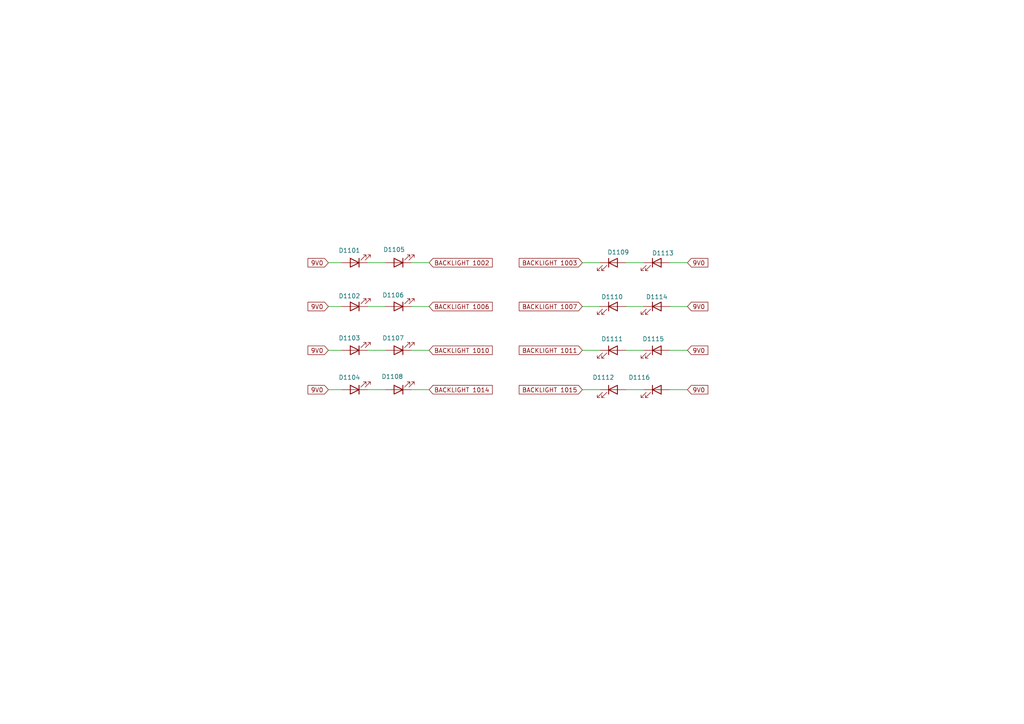
<source format=kicad_sch>
(kicad_sch (version 20250114) (generator "eeschema") (generator_version "9.0")
  (paper "A4")
  (lib_symbols
    (symbol "Device:LED" (pin_numbers (hide yes)) (pin_names (offset 1.016) (hide yes))
      (property "Reference" "D" (at 0 2.54 0))
      (property "Value" "LED" (at 0 -2.54 0))
      (symbol "LED_0_1"
        (polyline (pts (xy -3.048 -0.762) (xy -4.572 -2.286) (xy -3.81 -2.286) (xy -4.572 -2.286) (xy -4.572 -1.524)))
        (polyline (pts (xy -1.778 -0.762) (xy -3.302 -2.286) (xy -2.54 -2.286) (xy -3.302 -2.286) (xy -3.302 -1.524)))
        (polyline (pts (xy -1.27 0) (xy 1.27 0)))
        (polyline (pts (xy -1.27 -1.27) (xy -1.27 1.27)) (stroke (width 0.254)))
        (polyline (pts (xy 1.27 -1.27) (xy 1.27 1.27) (xy -1.27 0) (xy 1.27 -1.27)) (stroke (width 0.254)))
      )
      (symbol "LED_1_1"
        (pin passive line (at -3.81 0 0) (length 2.54) (name "K") (number "1"))
        (pin passive line (at 3.81 0 180) (length 2.54) (name "A") (number "2"))
      )
    )
  )
  (wire (pts (xy 194.31 76.2) (xy 199.39 76.2)))
  (wire (pts (xy 95.25 101.6) (xy 99.06 101.6)))
  (wire (pts (xy 106.68 101.6) (xy 111.76 101.6)))
  (wire (pts (xy 95.25 113.03) (xy 99.06 113.03)))
  (wire (pts (xy 194.31 101.6) (xy 199.39 101.6)))
  (wire (pts (xy 186.69 101.6) (xy 181.61 101.6)))
  (wire (pts (xy 194.31 113.03) (xy 199.39 113.03)))
  (wire (pts (xy 173.99 101.6) (xy 168.91 101.6)))
  (wire (pts (xy 119.38 88.9) (xy 124.46 88.9)))
  (wire (pts (xy 119.38 101.6) (xy 124.46 101.6)))
  (wire (pts (xy 186.69 113.03) (xy 181.61 113.03)))
  (wire (pts (xy 173.99 88.9) (xy 168.91 88.9)))
  (wire (pts (xy 194.31 88.9) (xy 199.39 88.9)))
  (wire (pts (xy 106.68 113.03) (xy 111.76 113.03)))
  (wire (pts (xy 173.99 76.2) (xy 168.91 76.2)))
  (wire (pts (xy 186.69 88.9) (xy 181.61 88.9)))
  (wire (pts (xy 95.25 88.9) (xy 99.06 88.9)))
  (wire (pts (xy 106.68 88.9) (xy 111.76 88.9)))
  (wire (pts (xy 173.99 113.03) (xy 168.91 113.03)))
  (wire (pts (xy 119.38 113.03) (xy 124.46 113.03)))
  (wire (pts (xy 95.25 76.2) (xy 99.06 76.2)))
  (wire (pts (xy 186.69 76.2) (xy 181.61 76.2)))
  (wire (pts (xy 119.38 76.2) (xy 124.46 76.2)))
  (wire (pts (xy 106.68 76.2) (xy 111.76 76.2)))
  (global_label "9V0" (shape input) (at 199.39 113.03 0) (property "Intersheetrefs" "${INTERSHEET_REFS}" (effects (hide yes))))
  (global_label "9V0" (shape input) (at 95.25 101.6 180) (property "Intersheetrefs" "${INTERSHEET_REFS}" (effects (hide yes))))
  (global_label "9V0" (shape input) (at 95.25 76.2 180) (property "Intersheetrefs" "${INTERSHEET_REFS}" (effects (hide yes))))
  (global_label "9V0" (shape input) (at 199.39 88.9 0) (property "Intersheetrefs" "${INTERSHEET_REFS}" (effects (hide yes))))
  (global_label "BACKLIGHT 1011" (shape input) (at 168.91 101.6 180) (property "Intersheetrefs" "${INTERSHEET_REFS}" (effects (hide yes))))
  (global_label "9V0" (shape input) (at 199.39 101.6 0) (property "Intersheetrefs" "${INTERSHEET_REFS}" (effects (hide yes))))
  (global_label "BACKLIGHT 1003" (shape input) (at 168.91 76.2 180) (property "Intersheetrefs" "${INTERSHEET_REFS}" (effects (hide yes))))
  (global_label "9V0" (shape input) (at 199.39 76.2 0) (property "Intersheetrefs" "${INTERSHEET_REFS}" (effects (hide yes))))
  (global_label "BACKLIGHT 1014" (shape input) (at 124.46 113.03 0) (property "Intersheetrefs" "${INTERSHEET_REFS}" (effects (hide yes))))
  (global_label "9V0" (shape input) (at 95.25 113.03 180) (property "Intersheetrefs" "${INTERSHEET_REFS}" (effects (hide yes))))
  (global_label "BACKLIGHT 1007" (shape input) (at 168.91 88.9 180) (property "Intersheetrefs" "${INTERSHEET_REFS}" (effects (hide yes))))
  (global_label "BACKLIGHT 1015" (shape input) (at 168.91 113.03 180) (property "Intersheetrefs" "${INTERSHEET_REFS}" (effects (hide yes))))
  (global_label "BACKLIGHT 1006" (shape input) (at 124.46 88.9 0) (property "Intersheetrefs" "${INTERSHEET_REFS}" (effects (hide yes))))
  (global_label "9V0" (shape input) (at 95.25 88.9 180) (property "Intersheetrefs" "${INTERSHEET_REFS}" (effects (hide yes))))
  (global_label "BACKLIGHT 1002" (shape input) (at 124.46 76.2 0) (property "Intersheetrefs" "${INTERSHEET_REFS}" (effects (hide yes))))
  (global_label "BACKLIGHT 1010" (shape input) (at 124.46 101.6 0) (property "Intersheetrefs" "${INTERSHEET_REFS}" (effects (hide yes))))
  (symbol (lib_id "Device:LED") (at 190.5 101.6 0) (unit 1)
    (property "Reference" "D1115" (at 189.484 98.298 0))
    (property "Value" "LED" (effects (hide yes)))
    (property "Footprint" "LED_SMD:LED_1210_3225Metric_Pad1.42x2.65mm_HandSolder" (effects (hide yes)))
    (property "Description" "Light emitting diode" (effects (hide yes)))
    (property "Sim.Pins" "1=K 2=A" (effects (hide yes)))
    (property "Vendor" "Kingbright" (effects (hide yes)))
    (property "Type" "APG1005VWF-A1-5MAV" (effects (hide yes)))
  )
  (symbol (lib_id "Device:LED") (at 190.5 88.9 0) (unit 1)
    (property "Reference" "D1114" (at 190.5 86.106 0))
    (property "Value" "LED" (effects (hide yes)))
    (property "Footprint" "LED_SMD:LED_1210_3225Metric_Pad1.42x2.65mm_HandSolder" (effects (hide yes)))
    (property "Description" "Light emitting diode" (effects (hide yes)))
    (property "Sim.Pins" "1=K 2=A" (effects (hide yes)))
    (property "Vendor" "Kingbright" (effects (hide yes)))
    (property "Type" "APG1005VWF-A1-5MAV" (effects (hide yes)))
  )
  (symbol (lib_id "Device:LED") (at 115.57 88.9 180) (unit 1)
    (property "Reference" "D1106" (at 114.046 85.598 0))
    (property "Value" "LED" (effects (hide yes)))
    (property "Footprint" "LED_SMD:LED_1210_3225Metric_Pad1.42x2.65mm_HandSolder" (effects (hide yes)))
    (property "Description" "Light emitting diode" (effects (hide yes)))
    (property "Sim.Pins" "1=K 2=A" (effects (hide yes)))
    (property "Vendor" "Kingbright" (effects (hide yes)))
    (property "Type" "APG1005VWF-A1-5MAV" (effects (hide yes)))
  )
  (symbol (lib_id "Device:LED") (at 190.5 76.2 0) (unit 1)
    (property "Reference" "D1113" (at 192.278 73.406 0))
    (property "Value" "LED" (effects (hide yes)))
    (property "Footprint" "LED_SMD:LED_1210_3225Metric_Pad1.42x2.65mm_HandSolder" (effects (hide yes)))
    (property "Description" "Light emitting diode" (effects (hide yes)))
    (property "Sim.Pins" "1=K 2=A" (effects (hide yes)))
    (property "Vendor" "Kingbright" (effects (hide yes)))
    (property "Type" "APG1005VWF-A1-5MAV" (effects (hide yes)))
  )
  (symbol (lib_id "Device:LED") (at 177.8 101.6 0) (unit 1)
    (property "Reference" "D1111" (at 177.546 98.298 0))
    (property "Value" "LED" (effects (hide yes)))
    (property "Footprint" "LED_SMD:LED_1210_3225Metric_Pad1.42x2.65mm_HandSolder" (effects (hide yes)))
    (property "Description" "Light emitting diode" (effects (hide yes)))
    (property "Sim.Pins" "1=K 2=A" (effects (hide yes)))
    (property "Vendor" "Kingbright" (effects (hide yes)))
    (property "Type" "APG1005VWF-A1-5MAV" (effects (hide yes)))
  )
  (symbol (lib_id "Device:LED") (at 177.8 76.2 0) (unit 1)
    (property "Reference" "D1109" (at 179.324 73.152 0))
    (property "Value" "LED" (effects (hide yes)))
    (property "Footprint" "LED_SMD:LED_1210_3225Metric_Pad1.42x2.65mm_HandSolder" (effects (hide yes)))
    (property "Description" "Light emitting diode" (effects (hide yes)))
    (property "Sim.Pins" "1=K 2=A" (effects (hide yes)))
    (property "Vendor" "Kingbright" (effects (hide yes)))
    (property "Type" "APG1005VWF-A1-5MAV" (effects (hide yes)))
  )
  (symbol (lib_id "Device:LED") (at 190.5 113.03 0) (unit 1)
    (property "Reference" "D1116" (at 185.42 109.474 0))
    (property "Value" "LED" (effects (hide yes)))
    (property "Footprint" "LED_SMD:LED_1210_3225Metric_Pad1.42x2.65mm_HandSolder" (effects (hide yes)))
    (property "Description" "Light emitting diode" (effects (hide yes)))
    (property "Sim.Pins" "1=K 2=A" (effects (hide yes)))
    (property "Vendor" "Kingbright" (effects (hide yes)))
    (property "Type" "APG1005VWF-A1-5MAV" (effects (hide yes)))
  )
  (symbol (lib_id "Device:LED") (at 102.87 113.03 180) (unit 1)
    (property "Reference" "D1104" (at 101.346 109.474 0))
    (property "Value" "LED" (effects (hide yes)))
    (property "Footprint" "LED_SMD:LED_1210_3225Metric_Pad1.42x2.65mm_HandSolder" (effects (hide yes)))
    (property "Description" "Light emitting diode" (effects (hide yes)))
    (property "Sim.Pins" "1=K 2=A" (effects (hide yes)))
    (property "Vendor" "Kingbright" (effects (hide yes)))
    (property "Type" "APG1005VWF-A1-5MAV" (effects (hide yes)))
  )
  (symbol (lib_id "Device:LED") (at 115.57 101.6 180) (unit 1)
    (property "Reference" "D1107" (at 114.046 98.044 0))
    (property "Value" "LED" (effects (hide yes)))
    (property "Footprint" "LED_SMD:LED_1210_3225Metric_Pad1.42x2.65mm_HandSolder" (effects (hide yes)))
    (property "Description" "Light emitting diode" (effects (hide yes)))
    (property "Sim.Pins" "1=K 2=A" (effects (hide yes)))
    (property "Vendor" "Kingbright" (effects (hide yes)))
    (property "Type" "APG1005VWF-A1-5MAV" (effects (hide yes)))
  )
  (symbol (lib_id "Device:LED") (at 102.87 88.9 180) (unit 1)
    (property "Reference" "D1102" (at 101.346 85.852 0))
    (property "Value" "LED" (effects (hide yes)))
    (property "Footprint" "LED_SMD:LED_1210_3225Metric_Pad1.42x2.65mm_HandSolder" (effects (hide yes)))
    (property "Description" "Light emitting diode" (effects (hide yes)))
    (property "Sim.Pins" "1=K 2=A" (effects (hide yes)))
    (property "Vendor" "Kingbright" (effects (hide yes)))
    (property "Type" "APG1005VWF-A1-5MAV" (effects (hide yes)))
  )
  (symbol (lib_id "Device:LED") (at 115.57 76.2 180) (unit 1)
    (property "Reference" "D1105" (at 114.3 72.39 0))
    (property "Value" "LED" (effects (hide yes)))
    (property "Footprint" "LED_SMD:LED_1210_3225Metric_Pad1.42x2.65mm_HandSolder" (effects (hide yes)))
    (property "Description" "Light emitting diode" (effects (hide yes)))
    (property "Sim.Pins" "1=K 2=A" (effects (hide yes)))
    (property "Vendor" "Kingbright" (effects (hide yes)))
    (property "Type" "APG1005VWF-A1-5MAV" (effects (hide yes)))
  )
  (symbol (lib_id "Device:LED") (at 102.87 76.2 180) (unit 1)
    (property "Reference" "D1101" (at 101.346 72.644 0))
    (property "Value" "LED" (effects (hide yes)))
    (property "Footprint" "LED_SMD:LED_1210_3225Metric_Pad1.42x2.65mm_HandSolder" (effects (hide yes)))
    (property "Description" "Light emitting diode" (effects (hide yes)))
    (property "Sim.Pins" "1=K 2=A" (effects (hide yes)))
    (property "Vendor" "Kingbright" (effects (hide yes)))
    (property "Type" "APG1005VWF-A1-5MAV" (effects (hide yes)))
  )
  (symbol (lib_id "Device:LED") (at 102.87 101.6 180) (unit 1)
    (property "Reference" "D1103" (at 101.346 98.044 0))
    (property "Value" "LED" (effects (hide yes)))
    (property "Footprint" "LED_SMD:LED_1210_3225Metric_Pad1.42x2.65mm_HandSolder" (effects (hide yes)))
    (property "Description" "Light emitting diode" (effects (hide yes)))
    (property "Sim.Pins" "1=K 2=A" (effects (hide yes)))
    (property "Vendor" "Kingbright" (effects (hide yes)))
    (property "Type" "APG1005VWF-A1-5MAV" (effects (hide yes)))
  )
  (symbol (lib_id "Device:LED") (at 177.8 113.03 0) (unit 1)
    (property "Reference" "D1112" (at 175.006 109.474 0))
    (property "Value" "LED" (effects (hide yes)))
    (property "Footprint" "LED_SMD:LED_1210_3225Metric_Pad1.42x2.65mm_HandSolder" (effects (hide yes)))
    (property "Description" "Light emitting diode" (effects (hide yes)))
    (property "Sim.Pins" "1=K 2=A" (effects (hide yes)))
    (property "Vendor" "Kingbright" (effects (hide yes)))
    (property "Type" "APG1005VWF-A1-5MAV" (effects (hide yes)))
  )
  (symbol (lib_id "Device:LED") (at 115.57 113.03 180) (unit 1)
    (property "Reference" "D1108" (at 113.792 109.22 0))
    (property "Value" "LED" (effects (hide yes)))
    (property "Footprint" "LED_SMD:LED_1210_3225Metric_Pad1.42x2.65mm_HandSolder" (effects (hide yes)))
    (property "Description" "Light emitting diode" (effects (hide yes)))
    (property "Sim.Pins" "1=K 2=A" (effects (hide yes)))
    (property "Vendor" "Kingbright" (effects (hide yes)))
    (property "Type" "APG1005VWF-A1-5MAV" (effects (hide yes)))
  )
  (symbol (lib_id "Device:LED") (at 177.8 88.9 0) (unit 1)
    (property "Reference" "D1110" (at 177.546 86.106 0))
    (property "Value" "LED" (effects (hide yes)))
    (property "Footprint" "LED_SMD:LED_1210_3225Metric_Pad1.42x2.65mm_HandSolder" (effects (hide yes)))
    (property "Description" "Light emitting diode" (effects (hide yes)))
    (property "Sim.Pins" "1=K 2=A" (effects (hide yes)))
    (property "Vendor" "Kingbright" (effects (hide yes)))
    (property "Type" "APG1005VWF-A1-5MAV" (effects (hide yes)))
  )
)
</source>
